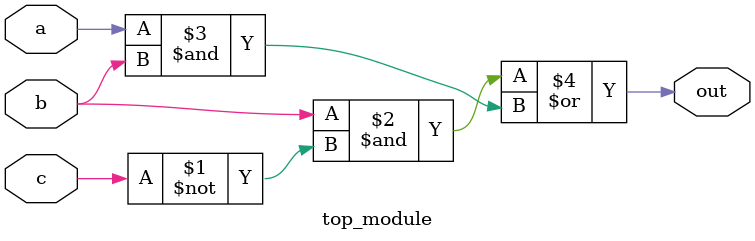
<source format=sv>
module top_module(
	input a, 
	input b,
	input c,
	output out
);

assign out = (b & ~c) | (a & b);

endmodule

</source>
